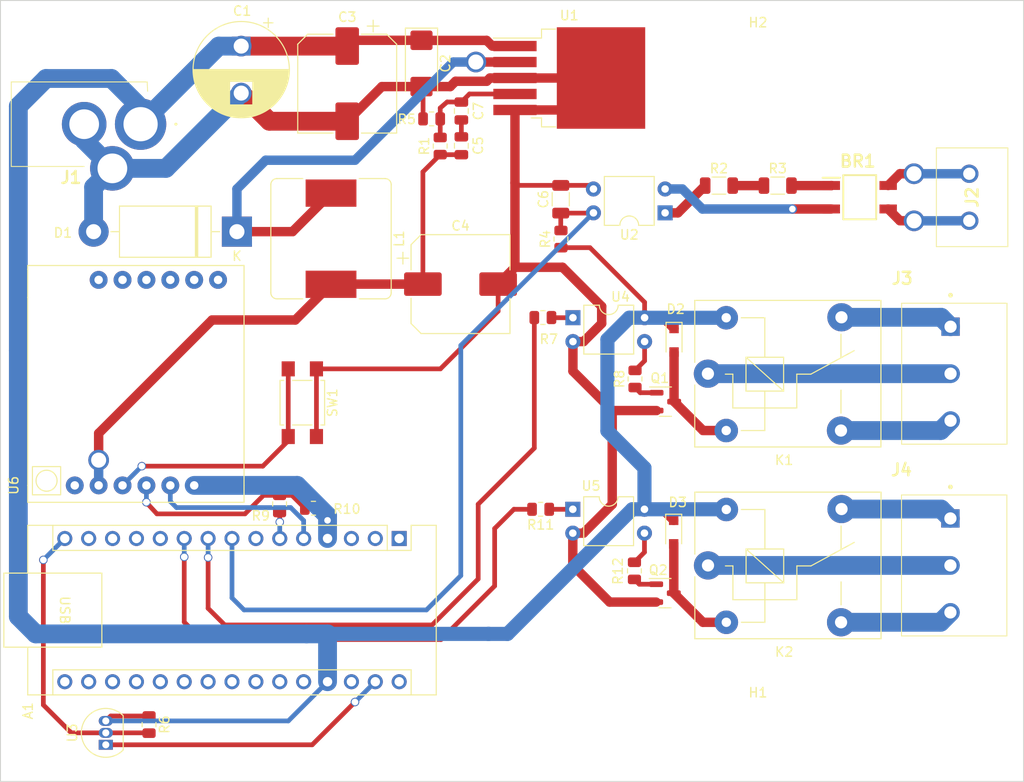
<source format=kicad_pcb>
(kicad_pcb (version 20211014) (generator pcbnew)
  (layers (0 "F.Cu" signal) (31 "B.Cu" signal) (34 "B.Paste" user) (35 "F.Paste" user) (36 "B.SilkS" user "B.Silkscreen") (37 "F.SilkS" user "F.Silkscreen") (38 "B.Mask" user) (39 "F.Mask" user) (44 "Edge.Cuts" user))
  (net 0 "")
  (net 2 "GND")
  (net 3 "Mains_sence")
  (net 4 "Relay_1")
  (net 5 "Relay_2")
  (net 11 "Temp")
  (net 22 "+5V")
  (net 25 "Net-(BR1-Pad1)")
  (net 26 "Net-(BR1-Pad2)")
  (net 27 "Net-(BR1-Pad3)")
  (net 28 "Net-(BR1-Pad4)")
  (net 29 "VCC")
  (net 30 "Net-(C5-Pad2)")
  (net 31 "Net-(C7-Pad2)")
  (net 32 "Net-(D1-Pad1)")
  (net 33 "Net-(D2-Pad2)")
  (net 34 "Net-(D3-Pad2)")
  (net 35 "Net-(J3-Pad1)")
  (net 36 "Net-(J3-Pad2)")
  (net 37 "Net-(J3-Pad3)")
  (net 38 "Net-(J4-Pad1)")
  (net 39 "Net-(J4-Pad2)")
  (net 40 "Net-(J4-Pad3)")
  (net 41 "Net-(Q1-Pad1)")
  (net 42 "Net-(Q2-Pad1)")
  (net 43 "Net-(R2-Pad1)")
  (net 44 "Net-(R2-Pad2)")
  (net 45 "Net-(R7-Pad1)")
  (net 46 "Net-(R8-Pad2)")
  (net 47 "Net-(R10-Pad2)")
  (net 48 "Net-(R11-Pad1)")
  (net 49 "Net-(R12-Pad2)")
  (net 50 "Net-(SW1-Pad2)")
  (net 58 "Net-(A1-Pad6)")
  (net 59 "Net-(A1-Pad5)")
  (footprint "Diode_SMD:D_SOD-323_HandSoldering" (layer "F.Cu") (at 159.187 117.315 -90)
    (fp_text reference "D3" (at -3.165 -0.433 180) (layer "F.SilkS"))
    (fp_text value "SM4007")
    (pad "1" smd rect (at -1.25 0 270) (size 1 1) (layers "F.Cu" "F.Paste" "F.Mask") (net 22 "+5V"))
    (pad "2" smd rect (at 1.25 0 270) (size 1 1) (layers "F.Cu" "F.Paste" "F.Mask") (net 34 "Net-(D3-Pad2)"))
  )
  (footprint "Capacitor_SMD:CP_Elec_10x10" (layer "F.Cu") (at 136.52 90.93)
    (fp_text reference "C4" (at 0 -6.2) (layer "F.SilkS"))
    (fp_text value "220uF")
    (pad "1" smd roundrect (at -4 0) (size 4 2.5) (layers "F.Cu" "F.Paste" "F.Mask") (roundrect_rratio 0.1) (net 29 "VCC"))
    (pad "2" smd roundrect (at 4 0) (size 4 2.5) (layers "F.Cu" "F.Paste" "F.Mask") (roundrect_rratio 0.1) (net 2 "GND"))
  )
  (footprint "Capacitor_Tantalum_SMD:CP_EIA-6032-15_Kemet-U" (layer "F.Cu") (at 132.37 67.45 -90)
    (fp_text reference "C2" (at 0 -2.55 -90) (layer "F.SilkS"))
    (fp_text value "100uF")
    (pad "1" smd roundrect (at -2.4625 0 270) (size 2.075 2.35) (layers "F.Cu" "F.Paste" "F.Mask") (roundrect_rratio 0.1204819277) (net 22 "+5V"))
    (pad "2" smd roundrect (at 2.4625 0 270) (size 2.075 2.35) (layers "F.Cu" "F.Paste" "F.Mask") (roundrect_rratio 0.1204819277) (net 2 "GND"))
  )
  (footprint "Resistor_SMD:R_0805_2012Metric" (layer "F.Cu") (at 155.015 121.4405 90)
    (fp_text reference "R12" (at -0.0295 -1.755 90) (layer "F.SilkS"))
    (fp_text value "R_Small")
    (pad "1" smd roundrect (at -0.9125 0 90) (size 1.025 1.4) (layers "F.Cu" "F.Paste" "F.Mask") (roundrect_rratio 0.243902439) (net 42 "Net-(Q2-Pad1)"))
    (pad "2" smd roundrect (at 0.9125 0 90) (size 1.025 1.4) (layers "F.Cu" "F.Paste" "F.Mask") (roundrect_rratio 0.243902439) (net 49 "Net-(R12-Pad2)"))
  )
  (footprint "Capacitor_SMD:C_0805_2012Metric" (layer "F.Cu") (at 136.61 72.51 90)
    (fp_text reference "C7" (at -0.01 1.81 90) (layer "F.SilkS"))
    (fp_text value "47nf")
    (pad "1" smd roundrect (at -0.95 0 90) (size 1 1.45) (layers "F.Cu" "F.Paste" "F.Mask") (net 30 "Net-(C5-Pad2)"))
    (pad "2" smd roundrect (at 0.95 0 90) (size 1 1.45) (layers "F.Cu" "F.Paste" "F.Mask") (net 31 "Net-(C7-Pad2)"))
  )
  (footprint "Screw_Terminal_1x3:Screw_Terminal_1x3" (layer "F.Cu") (at 188.63 95.462 -90)
    (fp_text reference "J3" (at -5.142 5.14 180) (layer "F.SilkS") (effects (font (size 1.27 1.27) (thickness 0.254))))
    (fp_text value "Screw_Terminal_1x3" hide)
    (pad "1" thru_hole rect (at 0 0 270) (size 1.95 1.95) (drill 1.3) (layers *.Cu *.Mask) (net 35 "Net-(J3-Pad1)"))
    (pad "2" thru_hole circle (at 5 0 270) (size 1.95 1.95) (drill 1.3) (layers *.Cu *.Mask) (net 36 "Net-(J3-Pad2)"))
    (pad "3" thru_hole circle (at 10 0 270) (size 1.95 1.95) (drill 1.3) (layers *.Cu *.Mask) (net 37 "Net-(J3-Pad3)"))
  )
  (footprint "Resistor_SMD:R_0805_2012Metric" (layer "F.Cu") (at 133.45 73.35 180)
    (fp_text reference "R5" (at 2.65 -0.04) (layer "F.SilkS"))
    (fp_text value "2K")
    (pad "1" smd roundrect (at -0.9125 0 180) (size 1.025 1.4) (layers "F.Cu" "F.Paste" "F.Mask") (roundrect_rratio 0.243902439) (net 31 "Net-(C7-Pad2)"))
    (pad "2" smd roundrect (at 0.9125 0 180) (size 1.025 1.4) (layers "F.Cu" "F.Paste" "F.Mask") (roundrect_rratio 0.243902439) (net 2 "GND"))
  )
  (footprint "Package_DIP:DIP-4_W7.62mm" (layer "F.Cu") (at 158.275 83.35 180)
    (fp_text reference "U2" (at 3.81 -2.33) (layer "F.SilkS"))
    (fp_text value "PC817")
    (pad "1" thru_hole rect (at 0 0 180) (size 1.6 1.6) (drill 0.8) (layers *.Cu *.Mask) (net 43 "Net-(R2-Pad1)"))
    (pad "2" thru_hole oval (at 0 2.54 180) (size 1.6 1.6) (drill 0.8) (layers *.Cu *.Mask) (net 26 "Net-(BR1-Pad2)"))
    (pad "3" thru_hole oval (at 7.62 2.54 180) (size 1.6 1.6) (drill 0.8) (layers *.Cu *.Mask) (net 2 "GND"))
    (pad "4" thru_hole oval (at 7.62 0 180) (size 1.6 1.6) (drill 0.8) (layers *.Cu *.Mask) (net 3 "Mains_sence"))
  )
  (footprint "Package_TO_SOT_SMD:TO-263-5_TabPin3" (layer "F.Cu") (at 148.085 69)
    (fp_text reference "U1" (at 0 -6.65) (layer "F.SilkS"))
    (fp_text value "LM2596S-ADJ")
    (pad "1" smd rect (at -5.775 -3.4) (size 4.6 1.1) (layers "F.Cu" "F.Paste" "F.Mask") (net 22 "+5V"))
    (pad "2" smd rect (at -5.775 -1.7) (size 4.6 1.1) (layers "F.Cu" "F.Paste" "F.Mask") (net 32 "Net-(D1-Pad1)"))
    (pad "3" smd rect (at -5.775 0) (size 4.6 1.1) (layers "F.Cu" "F.Paste" "F.Mask") (net 2 "GND"))
    (pad "3" smd rect (at 3.375 0) (size 9.4 10.8) (layers "F.Cu" "F.Mask") (net 2 "GND"))
    (pad "4" smd rect (at -5.775 1.7) (size 4.6 1.1) (layers "F.Cu" "F.Paste" "F.Mask") (net 31 "Net-(C7-Pad2)"))
    (pad "5" smd rect (at -5.775 3.4) (size 4.6 1.1) (layers "F.Cu" "F.Paste" "F.Mask") (net 2 "GND"))
  )
  (footprint "SIM800L:SIM800L" (layer "F.Cu") (at 95.5 112.35 90)
    (fp_text reference "U6" (at 0 -6.5 90 unlocked) (layer "F.SilkS"))
    (fp_text value "SIM800L-CORE")
    (pad "1" thru_hole circle (at 0 0 90) (size 1.9 1.9) (drill 0.9) (layers *.Cu *.Mask))
    (pad "2" thru_hole circle (at 0 2.54 90) (size 1.9 1.9) (drill 0.9) (layers *.Cu *.Mask) (net 29 "VCC"))
    (pad "3" thru_hole circle (at 0 5.08 90) (size 1.9 1.9) (drill 0.9) (layers *.Cu *.Mask) (net 50 "Net-(SW1-Pad2)"))
    (pad "4" thru_hole circle (at 0 7.62 90) (size 1.9 1.9) (drill 0.9) (layers *.Cu *.Mask) (net 47 "Net-(R10-Pad2)"))
    (pad "5" thru_hole circle (at 0 10.16 90) (size 1.9 1.9) (drill 0.9) (layers *.Cu *.Mask) (net 59 "Net-(A1-Pad5)"))
    (pad "6" thru_hole circle (at 0 12.7 90) (size 1.9 1.9) (drill 0.9) (layers *.Cu *.Mask) (net 2 "GND"))
    (pad "7" thru_hole circle (at 21.87 15.24 90) (size 1.9 1.9) (drill 0.9) (layers *.Cu *.Mask))
    (pad "8" thru_hole circle (at 21.87 12.7 90) (size 1.9 1.9) (drill 0.9) (layers *.Cu *.Mask))
    (pad "9" thru_hole circle (at 21.87 10.16 90) (size 1.9 1.9) (drill 0.9) (layers *.Cu *.Mask))
    (pad "10" thru_hole circle (at 21.87 7.62 90) (size 1.9 1.9) (drill 0.9) (layers *.Cu *.Mask))
    (pad "11" thru_hole circle (at 21.87 5.08 90) (size 1.9 1.9) (drill 0.9) (layers *.Cu *.Mask))
    (pad "12" thru_hole circle (at 21.87 2.54 90) (size 1.9 1.9) (drill 0.9) (layers *.Cu *.Mask))
  )
  (footprint "Package_DIP:DIP-4_W7.62mm" (layer "F.Cu") (at 148.46 114.89)
    (fp_text reference "U5" (at 1.94 -2.49) (layer "F.SilkS"))
    (fp_text value "PC817")
    (pad "1" thru_hole rect (at 0 0) (size 1.6 1.6) (drill 0.8) (layers *.Cu *.Mask) (net 48 "Net-(R11-Pad1)"))
    (pad "2" thru_hole oval (at 0 2.54) (size 1.6 1.6) (drill 0.8) (layers *.Cu *.Mask) (net 2 "GND"))
    (pad "3" thru_hole oval (at 7.62 2.54) (size 1.6 1.6) (drill 0.8) (layers *.Cu *.Mask) (net 49 "Net-(R12-Pad2)"))
    (pad "4" thru_hole oval (at 7.62 0) (size 1.6 1.6) (drill 0.8) (layers *.Cu *.Mask) (net 22 "+5V"))
  )
  (footprint "Capacitor_SMD:CP_Elec_10x10" (layer "F.Cu") (at 124.47 69.6 -90)
    (fp_text reference "C3" (at -7.08 -0.01 180) (layer "F.SilkS"))
    (fp_text value "100uF")
    (pad "1" smd roundrect (at -4 0 270) (size 4 2.5) (layers "F.Cu" "F.Paste" "F.Mask") (roundrect_rratio 0.1) (net 22 "+5V"))
    (pad "2" smd roundrect (at 4 0 270) (size 4 2.5) (layers "F.Cu" "F.Paste" "F.Mask") (roundrect_rratio 0.1) (net 2 "GND"))
  )
  (footprint "Relay_THT:Relay_SPDT_SANYOU_SRD_Series_Form_C" (layer "F.Cu") (at 162.827 100.462)
    (fp_text reference "K1" (at 8.1 9.2) (layer "F.SilkS"))
    (fp_text value "SANYOU_SRD_Form_C")
    (pad "1" thru_hole circle (at 0 0 90) (size 3 3) (drill 1.3) (layers *.Cu *.Mask) (net 36 "Net-(J3-Pad2)"))
    (pad "2" thru_hole circle (at 1.95 6.05 90) (size 2.5 2.5) (drill 1) (layers *.Cu *.Mask) (net 33 "Net-(D2-Pad2)"))
    (pad "3" thru_hole circle (at 14.15 6.05 90) (size 3 3) (drill 1.3) (layers *.Cu *.Mask) (net 37 "Net-(J3-Pad3)"))
    (pad "4" thru_hole circle (at 14.2 -6 90) (size 3 3) (drill 1.3) (layers *.Cu *.Mask) (net 35 "Net-(J3-Pad1)"))
    (pad "5" thru_hole circle (at 1.95 -5.95 90) (size 2.5 2.5) (drill 1) (layers *.Cu *.Mask) (net 22 "+5V"))
  )
  (footprint "Package_TO_SOT_THT:TO-92_Inline" (layer "F.Cu") (at 98.8 139.95 90)
    (fp_text reference "U3" (at 1.27 -3.56 90) (layer "F.SilkS"))
    (fp_text value "DS18B20")
    (pad "1" thru_hole rect (at 0 0 90) (size 1.05 1.5) (drill 0.75) (layers *.Cu *.Mask) (net 2 "GND"))
    (pad "2" thru_hole oval (at 1.27 0 90) (size 1.05 1.5) (drill 0.75) (layers *.Cu *.Mask) (net 11 "Temp"))
    (pad "3" thru_hole oval (at 2.54 0 90) (size 1.05 1.5) (drill 0.75) (layers *.Cu *.Mask) (net 22 "+5V"))
  )
  (footprint "Resistor_SMD:R_0805_2012Metric" (layer "F.Cu") (at 103.4 137.8 -90)
    (fp_text reference "R6" (at 0 -1.65 90) (layer "F.SilkS"))
    (fp_text value "4.7k")
    (pad "1" smd roundrect (at -0.9125 0 270) (size 1.025 1.4) (layers "F.Cu" "F.Paste" "F.Mask") (roundrect_rratio 0.243902439) (net 22 "+5V"))
    (pad "2" smd roundrect (at 0.9125 0 270) (size 1.025 1.4) (layers "F.Cu" "F.Paste" "F.Mask") (roundrect_rratio 0.243902439) (net 11 "Temp"))
  )
  (footprint "Screw_Terminal_1x2:TB00250002BE" (layer "F.Cu") (at 190.62 79.19 -90)
    (fp_text reference "J2" (at 2.5 -0.3 90) (layer "F.SilkS") (effects (font (size 1.27 1.27) (thickness 0.254))))
    (fp_text value "TB002-500-02BE" hide)
    (pad "1" thru_hole circle (at 0 0 270) (size 1.95 1.95) (drill 1.3) (layers *.Cu *.Mask) (net 28 "Net-(BR1-Pad4)"))
    (pad "2" thru_hole circle (at 5 0 270) (size 1.95 1.95) (drill 1.3) (layers *.Cu *.Mask) (net 27 "Net-(BR1-Pad3)"))
  )
  (footprint "Relay_THT:Relay_SPDT_SANYOU_SRD_Series_Form_C" (layer "F.Cu") (at 162.837 120.865)
    (fp_text reference "K2" (at 8.1 9.2) (layer "F.SilkS"))
    (fp_text value "SANYOU_SRD_Form_C")
    (pad "1" thru_hole circle (at 0 0 90) (size 3 3) (drill 1.3) (layers *.Cu *.Mask) (net 39 "Net-(J4-Pad2)"))
    (pad "2" thru_hole circle (at 1.95 6.05 90) (size 2.5 2.5) (drill 1) (layers *.Cu *.Mask) (net 34 "Net-(D3-Pad2)"))
    (pad "3" thru_hole circle (at 14.15 6.05 90) (size 3 3) (drill 1.3) (layers *.Cu *.Mask) (net 40 "Net-(J4-Pad3)"))
    (pad "4" thru_hole circle (at 14.2 -6 90) (size 3 3) (drill 1.3) (layers *.Cu *.Mask) (net 38 "Net-(J4-Pad1)"))
    (pad "5" thru_hole circle (at 1.95 -5.95 90) (size 2.5 2.5) (drill 1) (layers *.Cu *.Mask) (net 22 "+5V"))
  )
  (footprint "Capacitor_THT:CP_Radial_D10.0mm_P5.00mm" (layer "F.Cu") (at 113.2 65.607323 -90)
    (fp_text reference "C1" (at -3.737323 -0.1 180) (layer "F.SilkS"))
    (fp_text value "2200uF")
    (pad "1" thru_hole rect (at 0 0 270) (size 2 2) (drill 1) (layers *.Cu *.Mask) (net 22 "+5V"))
    (pad "2" thru_hole circle (at 5 0 270) (size 2 2) (drill 1) (layers *.Cu *.Mask) (net 2 "GND"))
  )
  (footprint "Package_DIP:DIP-4_W7.62mm" (layer "F.Cu") (at 148.475 94.505)
    (fp_text reference "U4" (at 5.055 -2.215) (layer "F.SilkS"))
    (fp_text value "PC817")
    (pad "1" thru_hole rect (at 0 0) (size 1.6 1.6) (drill 0.8) (layers *.Cu *.Mask) (net 45 "Net-(R7-Pad1)"))
    (pad "2" thru_hole oval (at 0 2.54) (size 1.6 1.6) (drill 0.8) (layers *.Cu *.Mask) (net 2 "GND"))
    (pad "3" thru_hole oval (at 7.62 2.54) (size 1.6 1.6) (drill 0.8) (layers *.Cu *.Mask) (net 46 "Net-(R8-Pad2)"))
    (pad "4" thru_hole oval (at 7.62 0) (size 1.6 1.6) (drill 0.8) (layers *.Cu *.Mask) (net 22 "+5V"))
  )
  (footprint "Package_TO_SOT_SMD:SOT-23" (layer "F.Cu") (at 158.262 123.815)
    (fp_text reference "Q2" (at -0.722 -2.455) (layer "F.SilkS"))
    (fp_text value "MMBT5551L")
    (pad "1" smd roundrect (at -0.9375 -0.95) (size 1.475 0.6) (layers "F.Cu" "F.Paste" "F.Mask") (net 42 "Net-(Q2-Pad1)"))
    (pad "2" smd roundrect (at -0.9375 0.95) (size 1.475 0.6) (layers "F.Cu" "F.Paste" "F.Mask") (net 2 "GND"))
    (pad "3" smd roundrect (at 0.9375 0) (size 1.475 0.6) (layers "F.Cu" "F.Paste" "F.Mask") (net 34 "Net-(D3-Pad2)"))
  )
  (footprint "Capacitor_SMD:C_1206_3216Metric" (layer "F.Cu") (at 147.18 81.9 90)
    (fp_text reference "C6" (at 0 -1.85 90) (layer "F.SilkS"))
    (fp_text value "10uf")
    (pad "1" smd roundrect (at -1.475 0 90) (size 1.15 1.8) (layers "F.Cu" "F.Paste" "F.Mask") (roundrect_rratio 0.2173913043) (net 3 "Mains_sence"))
    (pad "2" smd roundrect (at 1.475 0 90) (size 1.15 1.8) (layers "F.Cu" "F.Paste" "F.Mask") (roundrect_rratio 0.2173913043) (net 2 "GND"))
  )
  (footprint "Resistor_SMD:R_0805_2012Metric" (layer "F.Cu") (at 145.28 94.49 180)
    (fp_text reference "R7" (at -0.63 -2.3) (layer "F.SilkS"))
    (fp_text value "330")
    (pad "1" smd roundrect (at -0.9125 0 180) (size 1.025 1.4) (layers "F.Cu" "F.Paste" "F.Mask") (roundrect_rratio 0.243902439) (net 45 "Net-(R7-Pad1)"))
    (pad "2" smd roundrect (at 0.9125 0 180) (size 1.025 1.4) (layers "F.Cu" "F.Paste" "F.Mask") (roundrect_rratio 0.243902439) (net 4 "Relay_1"))
  )
  (footprint "Resistor_SMD:R_0805_2012Metric" (layer "F.Cu") (at 145.04 114.89 180)
    (fp_text reference "R11" (at 0 -1.65) (layer "F.SilkS"))
    (fp_text value "330")
    (pad "1" smd roundrect (at -0.9125 0 180) (size 1.025 1.4) (layers "F.Cu" "F.Paste" "F.Mask") (roundrect_rratio 0.243902439) (net 48 "Net-(R11-Pad1)"))
    (pad "2" smd roundrect (at 0.9125 0 180) (size 1.025 1.4) (layers "F.Cu" "F.Paste" "F.Mask") (roundrect_rratio 0.243902439) (net 5 "Relay_2"))
  )
  (footprint "Resistor_SMD:R_0805_2012Metric" (layer "F.Cu") (at 155.077 101.0245 90)
    (fp_text reference "R8" (at 0 -1.65 90) (layer "F.SilkS"))
    (fp_text value "R_Small")
    (pad "1" smd roundrect (at -0.9125 0 90) (size 1.025 1.4) (layers "F.Cu" "F.Paste" "F.Mask") (roundrect_rratio 0.243902439) (net 41 "Net-(Q1-Pad1)"))
    (pad "2" smd roundrect (at 0.9125 0 90) (size 1.025 1.4) (layers "F.Cu" "F.Paste" "F.Mask") (roundrect_rratio 0.243902439) (net 46 "Net-(R8-Pad2)"))
  )
  (footprint "Resistor_SMD:R_0805_2012Metric" (layer "F.Cu") (at 134.36 76.24 90)
    (fp_text reference "R1" (at -0.01 -1.69 90) (layer "F.SilkS"))
    (fp_text value "4.3K")
    (pad "1" smd roundrect (at -0.9125 0 90) (size 1.025 1.4) (layers "F.Cu" "F.Paste" "F.Mask") (roundrect_rratio 0.243902439) (net 29 "VCC"))
    (pad "2" smd roundrect (at 0.9125 0 90) (size 1.025 1.4) (layers "F.Cu" "F.Paste" "F.Mask") (roundrect_rratio 0.243902439) (net 31 "Net-(C7-Pad2)"))
  )
  (footprint "Screw_Terminal_1x3:Screw_Terminal_1x3" (layer "F.Cu") (at 188.615 115.865 -90)
    (fp_text reference "J4" (at -5.165 5.205 180) (layer "F.SilkS") (effects (font (size 1.27 1.27) (thickness 0.254))))
    (fp_text value "Screw_Terminal_1x3" hide)
    (pad "1" thru_hole rect (at 0 0 270) (size 1.95 1.95) (drill 1.3) (layers *.Cu *.Mask) (net 38 "Net-(J4-Pad1)"))
    (pad "2" thru_hole circle (at 5 0 270) (size 1.95 1.95) (drill 1.3) (layers *.Cu *.Mask) (net 39 "Net-(J4-Pad2)"))
    (pad "3" thru_hole circle (at 10 0 270) (size 1.95 1.95) (drill 1.3) (layers *.Cu *.Mask) (net 40 "Net-(J4-Pad3)"))
  )
  (footprint "Inductor_SMD:L_Bourns_SRR1260" (layer "F.Cu") (at 122.75 86.1 -90)
    (fp_text reference "L1" (at 0 -7.25 90) (layer "F.SilkS"))
    (fp_text value "33uH")
    (pad "1" smd rect (at -4.85 0 270) (size 2.9 5.4) (layers "F.Cu" "F.Paste" "F.Mask") (net 32 "Net-(D1-Pad1)"))
    (pad "2" smd rect (at 4.85 0 270) (size 2.9 5.4) (layers "F.Cu" "F.Paste" "F.Mask") (net 29 "VCC"))
  )
  (footprint "B10S:SOP250P700X290-4N" (layer "F.Cu") (at 178.972 81.687)
    (fp_text reference "BR1" (at -0.212 -3.837) (layer "F.SilkS") (effects (font (size 1.27 1.27) (thickness 0.254))))
    (fp_text value "B10S_R2_00001" hide)
    (pad "1" smd rect (at -3.025 -1.25 90) (size 0.95 1.85) (layers "F.Cu" "F.Paste" "F.Mask") (net 25 "Net-(BR1-Pad1)"))
    (pad "2" smd rect (at -3.025 1.25 90) (size 0.95 1.85) (layers "F.Cu" "F.Paste" "F.Mask") (net 26 "Net-(BR1-Pad2)"))
    (pad "3" smd rect (at 3.025 1.25 90) (size 0.95 1.85) (layers "F.Cu" "F.Paste" "F.Mask") (net 27 "Net-(BR1-Pad3)"))
    (pad "4" smd rect (at 3.025 -1.25 90) (size 0.95 1.85) (layers "F.Cu" "F.Paste" "F.Mask") (net 28 "Net-(BR1-Pad4)"))
  )
  (footprint "Capacitor_SMD:C_0805_2012Metric" (layer "F.Cu") (at 136.61 76.21 90)
    (fp_text reference "C5" (at 0.01 1.79 90) (layer "F.SilkS"))
    (fp_text value "22nf")
    (pad "1" smd roundrect (at -0.95 0 90) (size 1 1.45) (layers "F.Cu" "F.Paste" "F.Mask") (net 29 "VCC"))
    (pad "2" smd roundrect (at 0.95 0 90) (size 1 1.45) (layers "F.Cu" "F.Paste" "F.Mask") (net 30 "Net-(C5-Pad2)"))
  )
  (footprint "Resistor_SMD:R_1206_3216Metric" (layer "F.Cu") (at 170.25 80.45)
    (fp_text reference "R3" (at 0 -1.82) (layer "F.SilkS"))
    (fp_text value "150k")
    (pad "1" smd roundrect (at -1.4625 0) (size 1.125 1.75) (layers "F.Cu" "F.Paste" "F.Mask") (roundrect_rratio 0.2222222222) (net 44 "Net-(R2-Pad2)"))
    (pad "2" smd roundrect (at 1.4625 0) (size 1.125 1.75) (layers "F.Cu" "F.Paste" "F.Mask") (roundrect_rratio 0.2222222222) (net 25 "Net-(BR1-Pad1)"))
  )
  (footprint "Diode_SMD:D_SOD-323_HandSoldering" (layer "F.Cu") (at 159.227 96.905 -90)
    (fp_text reference "D2" (at -3.315 -0.173 180) (layer "F.SilkS"))
    (fp_text value "SM4007")
    (pad "1" smd rect (at -1.25 0 270) (size 1 1) (layers "F.Cu" "F.Paste" "F.Mask") (net 22 "+5V"))
    (pad "2" smd rect (at 1.25 0 270) (size 1 1) (layers "F.Cu" "F.Paste" "F.Mask") (net 33 "Net-(D2-Pad2)"))
  )
  (footprint "MountingHole:MountingHole_2.7mm" (layer "F.Cu") (at 168.15 66.8)
    (fp_text reference "H2" (at 0 -3.7) (layer "F.SilkS"))
    (fp_text value "MountingHole")
    (pad "" np_thru_hole circle (at 0 0) (size 2.7 2.7) (drill 2.7) (layers *.Cu *.Mask))
  )
  (footprint "Diode_THT:D_DO-201AD_P15.24mm_Horizontal" (layer "F.Cu") (at 112.745 85.35 180)
    (fp_text reference "D1" (at 18.505 -0.12) (layer "F.SilkS"))
    (fp_text value "1N5822")
    (fp_text user "K" (at 0 -2.6) (layer "F.SilkS"))
    (pad "1" thru_hole rect (at 0 0 180) (size 3.2 3.2) (drill 1.6) (layers *.Cu *.Mask) (net 32 "Net-(D1-Pad1)"))
    (pad "2" thru_hole oval (at 15.24 0 180) (size 3.2 3.2) (drill 1.6) (layers *.Cu *.Mask) (net 2 "GND"))
  )
  (footprint "Resistor_SMD:R_1206_3216Metric" (layer "F.Cu") (at 164 80.45)
    (fp_text reference "R2" (at 0 -1.82) (layer "F.SilkS"))
    (fp_text value "150k")
    (pad "1" smd roundrect (at -1.4625 0) (size 1.125 1.75) (layers "F.Cu" "F.Paste" "F.Mask") (roundrect_rratio 0.2222222222) (net 43 "Net-(R2-Pad1)"))
    (pad "2" smd roundrect (at 1.4625 0) (size 1.125 1.75) (layers "F.Cu" "F.Paste" "F.Mask") (roundrect_rratio 0.2222222222) (net 44 "Net-(R2-Pad2)"))
  )
  (footprint "Button_Switch_SMD:SW_SPST_TL3305A" (layer "F.Cu") (at 119.7 103.55 -90)
    (fp_text reference "SW1" (at 0 -3.2 90) (layer "F.SilkS"))
    (fp_text value "SIM800_RST")
    (pad "1" smd rect (at -3.6 -1.5 270) (size 1.6 1.4) (layers "F.Cu" "F.Paste" "F.Mask") (net 2 "GND"))
    (pad "1" smd rect (at 3.6 -1.5 270) (size 1.6 1.4) (layers "F.Cu" "F.Paste" "F.Mask") (net 2 "GND"))
    (pad "2" smd rect (at -3.6 1.5 270) (size 1.6 1.4) (layers "F.Cu" "F.Paste" "F.Mask") (net 50 "Net-(SW1-Pad2)"))
    (pad "2" smd rect (at 3.6 1.5 270) (size 1.6 1.4) (layers "F.Cu" "F.Paste" "F.Mask") (net 50 "Net-(SW1-Pad2)"))
  )
  (footprint "Resistor_SMD:R_0805_2012Metric" (layer "F.Cu") (at 120.88 114.78 180)
    (fp_text reference "R10" (at -3.56 -0.08) (layer "F.SilkS"))
    (fp_text value "12k")
    (pad "1" smd roundrect (at -0.9125 0 180) (size 1.025 1.4) (layers "F.Cu" "F.Paste" "F.Mask") (roundrect_rratio 0.243902439) (net 2 "GND"))
    (pad "2" smd roundrect (at 0.9125 0 180) (size 1.025 1.4) (layers "F.Cu" "F.Paste" "F.Mask") (roundrect_rratio 0.243902439) (net 47 "Net-(R10-Pad2)"))
  )
  (footprint "Resistor_SMD:R_0805_2012Metric" (layer "F.Cu") (at 117.28 114.32 90)
    (fp_text reference "R9" (at -1.26 -2 180) (layer "F.SilkS"))
    (fp_text value "3k")
    (pad "1" smd roundrect (at -0.9125 0 90) (size 1.025 1.4) (layers "F.Cu" "F.Paste" "F.Mask") (roundrect_rratio 0.243902439) (net 58 "Net-(A1-Pad6)"))
    (pad "2" smd roundrect (at 0.9125 0 90) (size 1.025 1.4) (layers "F.Cu" "F.Paste" "F.Mask") (roundrect_rratio 0.243902439) (net 47 "Net-(R10-Pad2)"))
  )
  (footprint "Package_TO_SOT_SMD:SOT-23" (layer "F.Cu") (at 158.302 103.437)
    (fp_text reference "Q1" (at -0.592 -2.507) (layer "F.SilkS"))
    (fp_text value "MMBT5551L")
    (pad "1" smd roundrect (at -0.9375 -0.95) (size 1.475 0.6) (layers "F.Cu" "F.Paste" "F.Mask") (net 41 "Net-(Q1-Pad1)"))
    (pad "2" smd roundrect (at -0.9375 0.95) (size 1.475 0.6) (layers "F.Cu" "F.Paste" "F.Mask") (net 2 "GND"))
    (pad "3" smd roundrect (at 0.9375 0) (size 1.475 0.6) (layers "F.Cu" "F.Paste" "F.Mask") (net 33 "Net-(D2-Pad2)"))
  )
  (footprint "PJ-002BH:PJ002BH" (layer "F.Cu") (at 102.5 73.915 180)
    (fp_text reference "J1" (at 7.4 -5.67) (layer "F.SilkS") (effects (font (size 1.27 1.27) (thickness 0.254))))
    (fp_text value "PJ-002BH" hide)
    (pad "1" thru_hole circle (at 0 0 180) (size 5.46 5.46) (drill 3.64) (layers *.Cu *.Mask) (net 22 "+5V"))
    (pad "2" thru_hole circle (at 6 0 180) (size 4.74 4.74) (drill 3.16) (layers *.Cu *.Mask) (net 2 "GND"))
    (pad "3" thru_hole circle (at 3 -4.7 180) (size 4.74 4.74) (drill 3.16) (layers *.Cu *.Mask) (net 2 "GND"))
  )
  (footprint "MountingHole:MountingHole_2.7mm" (layer "F.Cu") (at 168.15 138.1)
    (fp_text reference "H1" (at 0 -3.7) (layer "F.SilkS"))
    (fp_text value "MountingHole")
    (pad "" np_thru_hole circle (at 0 0) (size 2.7 2.7) (drill 2.7) (layers *.Cu *.Mask))
  )
  (footprint "Module:Arduino_Nano" (layer "F.Cu") (at 130 118 -90)
    (fp_text reference "A1" (at 18.34 39.47 90) (layer "F.SilkS"))
    (fp_text value "Arduino_Nano_v3.x")
    (fp_text user "USB" (at 7.62 35.56 -90 unlocked) (layer "F.SilkS"))
    (pad "1" thru_hole rect (at 0 0 270) (size 1.6 1.6) (drill 1) (layers *.Cu *.Mask))
    (pad "2" thru_hole oval (at 0 2.54 270) (size 1.6 1.6) (drill 1) (layers *.Cu *.Mask))
    (pad "3" thru_hole oval (at 0 5.08 270) (size 1.6 1.6) (drill 1) (layers *.Cu *.Mask))
    (pad "4" thru_hole oval (at 0 7.62 270) (size 1.6 1.6) (drill 1) (layers *.Cu *.Mask) (net 2 "GND"))
    (pad "5" thru_hole oval (at 0 10.16 270) (size 1.6 1.6) (drill 1) (layers *.Cu *.Mask) (net 59 "Net-(A1-Pad5)"))
    (pad "6" thru_hole oval (at 0 12.7 270) (size 1.6 1.6) (drill 1) (layers *.Cu *.Mask) (net 58 "Net-(A1-Pad6)"))
    (pad "7" thru_hole oval (at 0 15.24 270) (size 1.6 1.6) (drill 1) (layers *.Cu *.Mask))
    (pad "8" thru_hole oval (at 0 17.78 270) (size 1.6 1.6) (drill 1) (layers *.Cu *.Mask) (net 3 "Mains_sence"))
    (pad "9" thru_hole oval (at 0 20.32 270) (size 1.6 1.6) (drill 1) (layers *.Cu *.Mask) (net 4 "Relay_1"))
    (pad "10" thru_hole oval (at 0 22.86 270) (size 1.6 1.6) (drill 1) (layers *.Cu *.Mask) (net 5 "Relay_2"))
    (pad "11" thru_hole oval (at 0 25.4 270) (size 1.6 1.6) (drill 1) (layers *.Cu *.Mask))
    (pad "12" thru_hole oval (at 0 27.94 270) (size 1.6 1.6) (drill 1) (layers *.Cu *.Mask))
    (pad "13" thru_hole oval (at 0 30.48 270) (size 1.6 1.6) (drill 1) (layers *.Cu *.Mask))
    (pad "14" thru_hole oval (at 0 33.02 270) (size 1.6 1.6) (drill 1) (layers *.Cu *.Mask))
    (pad "15" thru_hole oval (at 0 35.56 270) (size 1.6 1.6) (drill 1) (layers *.Cu *.Mask) (net 11 "Temp"))
    (pad "16" thru_hole oval (at 15.24 35.56 270) (size 1.6 1.6) (drill 1) (layers *.Cu *.Mask))
    (pad "17" thru_hole oval (at 15.24 33.02 270) (size 1.6 1.6) (drill 1) (layers *.Cu *.Mask))
    (pad "18" thru_hole oval (at 15.24 30.48 270) (size 1.6 1.6) (drill 1) (layers *.Cu *.Mask))
    (pad "19" thru_hole oval (at 15.24 27.94 270) (size 1.6 1.6) (drill 1) (layers *.Cu *.Mask))
    (pad "20" thru_hole oval (at 15.24 25.4 270) (size 1.6 1.6) (drill 1) (layers *.Cu *.Mask))
    (pad "21" thru_hole oval (at 15.24 22.86 270) (size 1.6 1.6) (drill 1) (layers *.Cu *.Mask))
    (pad "22" thru_hole oval (at 15.24 20.32 270) (size 1.6 1.6) (drill 1) (layers *.Cu *.Mask))
    (pad "23" thru_hole oval (at 15.24 17.78 270) (size 1.6 1.6) (drill 1) (layers *.Cu *.Mask))
    (pad "24" thru_hole oval (at 15.24 15.24 270) (size 1.6 1.6) (drill 1) (layers *.Cu *.Mask))
    (pad "25" thru_hole oval (at 15.24 12.7 270) (size 1.6 1.6) (drill 1) (layers *.Cu *.Mask))
    (pad "26" thru_hole oval (at 15.24 10.16 270) (size 1.6 1.6) (drill 1) (layers *.Cu *.Mask))
    (pad "27" thru_hole oval (at 15.24 7.62 270) (size 1.6 1.6) (drill 1) (layers *.Cu *.Mask) (net 22 "+5V"))
    (pad "28" thru_hole oval (at 15.24 5.08 270) (size 1.6 1.6) (drill 1) (layers *.Cu *.Mask))
    (pad "29" thru_hole oval (at 15.24 2.54 270) (size 1.6 1.6) (drill 1) (layers *.Cu *.Mask) (net 2 "GND"))
    (pad "30" thru_hole oval (at 15.24 0 270) (size 1.6 1.6) (drill 1) (layers *.Cu *.Mask))
  )
  (footprint "Resistor_SMD:R_0805_2012Metric" (layer "F.Cu") (at 147.2 86.14 90)
    (fp_text reference "R4" (at 0 -1.65 90) (layer "F.SilkS"))
    (fp_text value "20k")
    (pad "1" smd roundrect (at -0.9125 0 90) (size 1.025 1.4) (layers "F.Cu" "F.Paste" "F.Mask") (roundrect_rratio 0.243902439) (net 22 "+5V"))
    (pad "2" smd roundrect (at 0.9125 0 90) (size 1.025 1.4) (layers "F.Cu" "F.Paste" "F.Mask") (roundrect_rratio 0.243902439) (net 3 "Mains_sence"))
  )
  (gr_rect (start 87.6 60.75) (end 196.4 143.85) (layer "Edge.Cuts") (width 0.1) (fill none))
  (segment (start 132.5375 73.35) (end 132.5375 70.08) (width 0.5) (layer "F.Cu") (net 2))
  (segment (start 152.377 124.765) (end 148.46 120.848) (width 1) (layer "F.Cu") (net 2))
  (segment (start 120.75 139.95) (end 125.3 135.4) (width 0.5) (layer "F.Cu") (net 2))
  (segment (start 135.4275 69.9125) (end 132.37 69.9125) (width 1) (layer "F.Cu") (net 2))
  (segment (start 147.18 80.425) (end 142.575 80.425) (width 0.5) (layer "F.Cu") (net 2))
  (segment (start 134.38 99.95) (end 121.2 99.95) (width 0.5) (layer "F.Cu") (net 2))
  (segment (start 148.46 117.43) (end 149.59137 117.43) (width 1) (layer "F.Cu") (net 2))
  (segment (start 148.475 100.195) (end 148.475 97.045) (width 1) (layer "F.Cu") (net 2))
  (segment (start 142.31 69) (end 151.46 69) (width 1) (layer "F.Cu") (net 2))
  (segment (start 148.46 120.848) (end 148.46 117.43) (width 1) (layer "F.Cu") (net 2))
  (segment (start 128.1575 69.9125) (end 124.47 73.6) (width 1) (layer "F.Cu") (net 2))
  (segment (start 151.53 95.12137) (end 149.60637 97.045) (width 1) (layer "F.Cu") (net 2))
  (segment (start 147.37 89.14) (end 151.53 93.3) (width 1) (layer "F.Cu") (net 2))
  (segment (start 139.65 69) (end 139.3 69.35) (width 1) (layer "F.Cu") (net 2))
  (segment (start 152.667 104.387) (end 148.475 100.195) (width 1) (layer "F.Cu") (net 2))
  (segment (start 142.31 89.14) (end 140.52 90.93) (width 1) (layer "F.Cu") (net 2))
  (segment (start 148.06 72.4) (end 151.46 69) (width 1) (layer "F.Cu") (net 2))
  (segment (start 149.60637 97.045) (end 148.475 97.045) (width 1) (layer "F.Cu") (net 2))
  (segment (start 98.8 139.95) (end 120.75 139.95) (width 0.5) (layer "F.Cu") (net 2))
  (segment (start 135.99 69.35) (end 135.4275 69.9125) (width 1) (layer "F.Cu") (net 2))
  (segment (start 142.31 80.16) (end 142.31 89.14) (width 1) (layer "F.Cu") (net 2))
  (segment (start 140.52 93.81) (end 134.38 99.95) (width 0.5) (layer "F.Cu") (net 2))
  (segment (start 152.652 114.36937) (end 152.652 104.402) (width 1) (layer "F.Cu") (net 2))
  (segment (start 116.192677 73.6) (end 113.2 70.607323) (width 2) (layer "F.Cu") (net 2))
  (segment (start 149.59137 117.43) (end 152.652 114.36937) (width 1) (layer "F.Cu") (net 2))
  (segment (start 157.3645 104.387) (end 152.667 104.387) (width 1) (layer "F.Cu") (net 2))
  (segment (start 124.47 73.6) (end 116.192677 73.6) (width 2) (layer "F.Cu") (net 2))
  (segment (start 122.38 115.3675) (end 122.38 116.07) (width 0.5) (layer "F.Cu") (net 2))
  (segment (start 142.31 72.4) (end 142.31 80.16) (width 1) (layer "F.Cu") (net 2))
  (segment (start 150.27 80.425) (end 150.655 80.81) (width 0.5) (layer "F.Cu") (net 2))
  (segment (start 139.3 69.35) (end 135.99 69.35) (width 1) (layer "F.Cu") (net 2))
  (segment (start 121.2 99.95) (end 121.2 107.15) (width 0.5) (layer "F.Cu") (net 2))
  (segment (start 147.18 80.425) (end 150.27 80.425) (width 0.5) (layer "F.Cu") (net 2))
  (segment (start 142.31 89.14) (end 147.37 89.14) (width 1) (layer "F.Cu") (net 2))
  (segment (start 142.31 72.4) (end 148.06 72.4) (width 1) (layer "F.Cu") (net 2))
  (segment (start 157.3245 124.765) (end 152.377 124.765) (width 1) (layer "F.Cu") (net 2))
  (segment (start 140.52 90.93) (end 140.52 93.81) (width 0.5) (layer "F.Cu") (net 2))
  (segment (start 151.53 93.3) (end 151.53 95.12137) (width 1) (layer "F.Cu") (net 2))
  (segment (start 142.575 80.425) (end 142.31 80.16) (width 0.5) (layer "F.Cu") (net 2))
  (segment (start 121.7925 114.78) (end 122.38 115.3675) (width 0.5) (layer "F.Cu") (net 2))
  (segment (start 152.652 104.402) (end 152.667 104.387) (width 1) (layer "F.Cu") (net 2))
  (segment (start 142.31 69) (end 139.65 69) (width 1) (layer "F.Cu") (net 2))
  (segment (start 132.5375 70.08) (end 132.37 69.9125) (width 0.5) (layer "F.Cu") (net 2))
  (segment (start 132.37 69.9125) (end 128.1575 69.9125) (width 1) (layer "F.Cu") (net 2))
  (via (at 125.3 135.4) (size 0.9) (drill 0.7) (layers "F.Cu" "B.Cu") (net 2))
  (via (at 122.38 116.07) (size 0.9) (drill 0.7) (layers "F.Cu" "B.Cu") (net 2))
  (via (at 113.2 70.607323) (size 2.2) (drill 1.6) (layers "F.Cu" "B.Cu") (net 2))
  (segment (start 97.505 80.61) (end 99.5 78.615) (width 2) (layer "B.Cu") (net 2))
  (segment (start 99.5 78.615) (end 105.192323 78.615) (width 2) (layer "B.Cu") (net 2))
  (segment (start 96.5 75.615) (end 99.5 78.615) (width 2) (layer "B.Cu") (net 2))
  (segment (start 122.38 115.58) (end 122.38 118) (width 2) (layer "B.Cu") (net 2))
  (segment (start 125.3 135.4) (end 127.46 133.24) (width 0.5) (layer "B.Cu") (net 2))
  (segment (start 96.5 73.915) (end 96.5 75.615) (width 2) (layer "B.Cu") (net 2))
  (segment (start 108.2 112.35) (end 119.15 112.35) (width 2) (layer "B.Cu") (net 2))
  (segment (start 119.15 112.35) (end 122.38 115.58) (width 2) (layer "B.Cu") (net 2))
  (segment (start 105.192323 78.615) (end 113.2 70.607323) (width 2) (layer "B.Cu") (net 2))
  (segment (start 97.505 85.35) (end 97.505 80.61) (width 2) (layer "B.Cu") (net 2))
  (segment (start 150.63 83.375) (end 150.655 83.35) (width 0.5) (layer "F.Cu") (net 3))
  (segment (start 147.18 83.375) (end 147.18 85.2075) (width 0.5) (layer "F.Cu") (net 3))
  (segment (start 147.18 85.2075) (end 147.2 85.2275) (width 0.5) (layer "F.Cu") (net 3))
  (segment (start 147.18 83.375) (end 150.63 83.375) (width 0.5) (layer "F.Cu") (net 3))
  (segment (start 112.22 124.32) (end 113.5 125.6) (width 0.5) (layer "B.Cu") (net 3))
  (segment (start 136.55 97.455) (end 136.55 121.95) (width 0.5) (layer "B.Cu") (net 3))
  (segment (start 136.55 121.95) (end 132.9 125.6) (width 0.5) (layer "B.Cu") (net 3))
  (segment (start 132.9 125.6) (end 113.5 125.6) (width 0.5) (layer "B.Cu") (net 3))
  (segment (start 112.22 118) (end 112.22 124.32) (width 0.5) (layer "B.Cu") (net 3))
  (segment (start 150.655 83.35) (end 136.55 97.455) (width 0.5) (layer "B.Cu") (net 3))
  (segment (start 111.45 127.2) (end 109.68 125.43) (width 0.5) (layer "F.Cu") (net 4))
  (segment (start 109.68 125.43) (end 109.68 120.02) (width 0.5) (layer "F.Cu") (net 4))
  (segment (start 138.4 122.3) (end 133.5 127.2) (width 0.5) (layer "F.Cu") (net 4))
  (segment (start 138.4 114.35) (end 138.4 122.3) (width 0.5) (layer "F.Cu") (net 4))
  (segment (start 144.3675 94.49) (end 144.3675 108.3825) (width 0.5) (layer "F.Cu") (net 4))
  (segment (start 144.3675 108.3825) (end 138.4 114.35) (width 0.5) (layer "F.Cu") (net 4))
  (segment (start 133.5 127.2) (end 111.45 127.2) (width 0.5) (layer "F.Cu") (net 4))
  (via (at 109.68 120.02) (size 0.9) (drill 0.7) (layers "F.Cu" "B.Cu") (net 4))
  (segment (start 109.68 120.02) (end 109.68 118) (width 0.5) (layer "B.Cu") (net 4))
  (segment (start 134.45 128.75) (end 109 128.75) (width 0.5) (layer "F.Cu") (net 5))
  (segment (start 144.1275 114.89) (end 142.1975 114.89) (width 0.5) (layer "F.Cu") (net 5))
  (segment (start 109 128.75) (end 107.14 126.89) (width 0.5) (layer "F.Cu") (net 5))
  (segment (start 140.15 123.05) (end 134.45 128.75) (width 0.5) (layer "F.Cu") (net 5))
  (segment (start 142.1975 114.89) (end 140.15 116.9375) (width 0.5) (layer "F.Cu") (net 5))
  (segment (start 140.15 116.9375) (end 140.15 123.05) (width 0.5) (layer "F.Cu") (net 5))
  (segment (start 107.14 126.89) (end 107.14 119.96) (width 0.5) (layer "F.Cu") (net 5))
  (via (at 107.14 119.96) (size 0.9) (drill 0.7) (layers "F.Cu" "B.Cu") (net 5))
  (segment (start 107.14 119.96) (end 107.14 118) (width 0.5) (layer "B.Cu") (net 5))
  (segment (start 103.3675 138.68) (end 103.4 138.7125) (width 0.5) (layer "F.Cu") (net 11))
  (segment (start 98.8 138.68) (end 95.132636 138.68) (width 0.5) (layer "F.Cu") (net 11))
  (segment (start 98.8 138.68) (end 103.3675 138.68) (width 0.5) (layer "F.Cu") (net 11))
  (segment (start 95.132636 138.68) (end 92.16 135.707364) (width 0.5) (layer "F.Cu") (net 11))
  (segment (start 92.16 135.707364) (end 92.16 120.28) (width 0.5) (layer "F.Cu") (net 11))
  (via (at 92.16 120.28) (size 0.9) (drill 0.7) (layers "F.Cu" "B.Cu") (net 11))
  (segment (start 94.44 118) (end 92.16 120.28) (width 0.5) (layer "B.Cu") (net 11))
  (segment (start 156.095 94.505) (end 156.095 92.865) (width 0.5) (layer "F.Cu") (net 22))
  (segment (start 142.31 65.6) (end 139.9 65.6) (width 1) (layer "F.Cu") (net 22))
  (segment (start 132.3825 65) (end 132.37 64.9875) (width 1) (layer "F.Cu") (net 22))
  (segment (start 158.012 114.89) (end 159.187 116.065) (width 1) (layer "F.Cu") (net 22))
  (segment (start 156.095 94.505) (end 158.077 94.505) (width 1) (layer "F.Cu") (net 22))
  (segment (start 99.3225 136.8875) (end 98.8 137.41) (width 0.5) (layer "F.Cu") (net 22))
  (segment (start 132.37 64.9875) (end 125.0825 64.9875) (width 1) (layer "F.Cu") (net 22))
  (segment (start 139.9 65.6) (end 139.3 65) (width 1) (layer "F.Cu") (net 22))
  (segment (start 103.4 136.8875) (end 99.3225 136.8875) (width 0.5) (layer "F.Cu") (net 22))
  (segment (start 158.077 94.505) (end 159.227 95.655) (width 1) (layer "F.Cu") (net 22))
  (segment (start 124.462677 65.607323) (end 124.47 65.6) (width 2) (layer "F.Cu") (net 22))
  (segment (start 125.0825 64.9875) (end 124.47 65.6) (width 1) (layer "F.Cu") (net 22))
  (segment (start 156.095 92.865) (end 150.2825 87.0525) (width 0.5) (layer "F.Cu") (net 22))
  (segment (start 156.08 114.89) (end 158.012 114.89) (width 1) (layer "F.Cu") (net 22))
  (segment (start 113.2 65.607323) (end 124.462677 65.607323) (width 2) (layer "F.Cu") (net 22))
  (segment (start 139.3 65) (end 132.3825 65) (width 1) (layer "F.Cu") (net 22))
  (segment (start 147.2 87.0525) (end 150.2825 87.0525) (width 0.5) (layer "F.Cu") (net 22))
  (via (at 113.2 65.607323) (size 2.2) (drill 1.6) (layers "F.Cu" "B.Cu") (net 22))
  (segment (start 89.5 126.29998) (end 91.35002 128.15) (width 2) (layer "B.Cu") (net 22))
  (segment (start 91.35002 128.15) (end 120.15 128.15) (width 2) (layer "B.Cu") (net 22))
  (segment (start 164.777 94.512) (end 156.102 94.512) (width 1.5) (layer "B.Cu") (net 22))
  (segment (start 110.807677 65.607323) (end 102.5 73.915) (width 2) (layer "B.Cu") (net 22))
  (segment (start 102.5 73.915) (end 102.5 72.15) (width 2) (layer "B.Cu") (net 22))
  (segment (start 154.465 94.505) (end 152.14 96.83) (width 1.5) (layer "B.Cu") (net 22))
  (segment (start 156.08 110.49) (end 156.08 114.89) (width 1.5) (layer "B.Cu") (net 22))
  (segment (start 139.5 128.15) (end 120.15 128.15) (width 1.5) (layer "B.Cu") (net 22))
  (segment (start 89.5 72) (end 89.5 98) (width 2) (layer "B.Cu") (net 22))
  (segment (start 118.21 137.41) (end 122.38 133.24) (width 0.5) (layer "B.Cu") (net 22))
  (segment (start 156.102 94.512) (end 156.095 94.505) (width 1.5) (layer "B.Cu") (net 22))
  (segment (start 99.4 69.05) (end 92.45 69.05) (width 2) (layer "B.Cu") (net 22))
  (segment (start 156.08 114.89) (end 164.762 114.89) (width 1.5) (layer "B.Cu") (net 22))
  (segment (start 89.5 98) (end 89.5 126.29998) (width 2) (layer "B.Cu") (net 22))
  (segment (start 139.503 128.153) (end 139.5 128.15) (width 1.5) (layer "B.Cu") (net 22))
  (segment (start 152.14 96.83) (end 152.14 106.55) (width 1.5) (layer "B.Cu") (net 22))
  (segment (start 113.2 65.607323) (end 110.807677 65.607323) (width 2) (layer "B.Cu") (net 22))
  (segment (start 92.45 69.05) (end 89.5 72) (width 2) (layer "B.Cu") (net 22))
  (segment (start 122.38 128.15) (end 122.38 133.24) (width 2) (layer "B.Cu") (net 22))
  (segment (start 154.778 114.89) (end 141.515 128.153) (width 1.5) (layer "B.Cu") (net 22))
  (segment (start 156.095 94.505) (end 154.465 94.505) (width 1.5) (layer "B.Cu") (net 22))
  (segment (start 156.08 114.89) (end 154.778 114.89) (width 1.5) (layer "B.Cu") (net 22))
  (segment (start 152.14 106.55) (end 156.08 110.49) (width 1.5) (layer "B.Cu") (net 22))
  (segment (start 120.15 128.15) (end 122.38 128.15) (width 2) (layer "B.Cu") (net 22))
  (segment (start 141.515 128.153) (end 139.503 128.153) (width 1.5) (layer "B.Cu") (net 22))
  (segment (start 98.8 137.41) (end 118.21 137.41) (width 0.5) (layer "B.Cu") (net 22))
  (segment (start 102.5 72.15) (end 99.4 69.05) (width 2) (layer "B.Cu") (net 22))
  (segment (start 164.762 114.89) (end 164.787 114.915) (width 1.5) (layer "B.Cu") (net 22))
  (segment (start 171.7125 80.45) (end 175.934 80.45) (width 1) (layer "F.Cu") (net 25))
  (segment (start 175.934 80.45) (end 175.947 80.437) (width 1) (layer "F.Cu") (net 25))
  (segment (start 171.813 82.937) (end 171.81 82.94) (width 1) (layer "F.Cu") (net 26))
  (segment (start 175.947 82.937) (end 171.813 82.937) (width 1) (layer "F.Cu") (net 26))
  (via (at 171.81 82.94) (size 0.9) (drill 0.7) (layers "F.Cu" "B.Cu") (net 26))
  (segment (start 162.24 82.94) (end 160.11 80.81) (width 1) (layer "B.Cu") (net 26))
  (segment (start 160.11 80.81) (end 158.275 80.81) (width 1) (layer "B.Cu") (net 26))
  (segment (start 171.81 82.94) (end 162.24 82.94) (width 1) (layer "B.Cu") (net 26))
  (segment (start 183.247 84.187) (end 181.997 82.937) (width 1) (layer "F.Cu") (net 27))
  (segment (start 184.75 84.2) (end 183.247 84.187) (width 1) (layer "F.Cu") (net 27))
  (via (at 184.75 84.2) (size 2.2) (drill 1.6) (layers "F.Cu" "B.Cu") (net 27))
  (segment (start 190.62 84.19) (end 184.75 84.2) (width 1) (layer "B.Cu") (net 27))
  (segment (start 183.247 79.187) (end 181.997 80.437) (width 1) (layer "F.Cu") (net 28))
  (segment (start 184.742392 79.187608) (end 183.247 79.187) (width 1) (layer "F.Cu") (net 28))
  (via (at 184.742392 79.187608) (size 2.2) (drill 1.6) (layers "F.Cu" "B.Cu") (net 28))
  (segment (start 190.62 79.19) (end 184.742392 79.187608) (width 1) (layer "B.Cu") (net 28))
  (segment (start 132.52 78.9925) (end 132.52 90.93) (width 0.5) (layer "F.Cu") (net 29))
  (segment (start 98.04 109.66) (end 98.04 106.81) (width 1) (layer "F.Cu") (net 29))
  (segment (start 136.61 77.16) (end 134.3675 77.16) (width 0.5) (layer "F.Cu") (net 29))
  (segment (start 98.04 106.81) (end 110.1 94.75) (width 1) (layer "F.Cu") (net 29))
  (segment (start 122.77 90.93) (end 122.75 90.95) (width 1) (layer "F.Cu") (net 29))
  (segment (start 132.52 90.93) (end 122.77 90.93) (width 1) (layer "F.Cu") (net 29))
  (segment (start 134.3675 77.16) (end 134.36 77.1525) (width 0.5) (layer "F.Cu") (net 29))
  (segment (start 118.95 94.75) (end 122.75 90.95) (width 1) (layer "F.Cu") (net 29))
  (segment (start 110.1 94.75) (end 118.95 94.75) (width 1) (layer "F.Cu") (net 29))
  (segment (start 134.36 77.1525) (end 132.52 78.9925) (width 0.5) (layer "F.Cu") (net 29))
  (via (at 98.04 109.66) (size 2.2) (drill 1.6) (layers "F.Cu" "B.Cu") (net 29))
  (segment (start 98.04 112.35) (end 98.04 109.66) (width 1) (layer "B.Cu") (net 29))
  (segment (start 136.61 75.26) (end 136.61 73.46) (width 0.5) (layer "F.Cu") (net 30))
  (segment (start 135.1 71.55) (end 134.3625 72.1875) (width 0.5) (layer "F.Cu") (net 31))
  (segment (start 134.3625 73.35) (end 134.3625 75.325) (width 0.5) (layer "F.Cu") (net 31))
  (segment (start 137.47 70.7) (end 136.61 71.56) (width 0.5) (layer "F.Cu") (net 31))
  (segment (start 142.31 70.7) (end 137.47 70.7) (width 0.5) (layer "F.Cu") (net 31))
  (segment (start 136.61 71.56) (end 135.1 71.55) (width 0.5) (layer "F.Cu") (net 31))
  (segment (start 134.3625 72.1875) (end 134.3625 73.35) (width 0.5) (layer "F.Cu") (net 31))
  (segment (start 134.3625 75.325) (end 134.36 75.3275) (width 0.5) (layer "F.Cu") (net 31))
  (segment (start 112.745 85.35) (end 118.65 85.35) (width 1) (layer "F.Cu") (net 32))
  (segment (start 142.31 67.3) (end 138.15 67.3) (width 1) (layer "F.Cu") (net 32))
  (segment (start 118.65 85.35) (end 122.75 81.25) (width 1) (layer "F.Cu") (net 32))
  (via (at 138.15 67.3) (size 2.2) (drill 1.6) (layers "F.Cu" "B.Cu") (net 32))
  (segment (start 125.3 77.75) (end 115.8 77.75) (width 1) (layer "B.Cu") (net 32))
  (segment (start 115.8 77.75) (end 112.745 80.805) (width 1) (layer "B.Cu") (net 32))
  (segment (start 112.745 80.805) (end 112.745 85.35) (width 1) (layer "B.Cu") (net 32))
  (segment (start 135.75 67.3) (end 125.3 77.75) (width 1) (layer "B.Cu") (net 32))
  (segment (start 138.15 67.3) (end 135.75 67.3) (width 1) (layer "B.Cu") (net 32))
  (segment (start 162.3145 106.512) (end 159.2395 103.437) (width 1) (layer "F.Cu") (net 33))
  (segment (start 164.777 106.512) (end 162.3145 106.512) (width 1) (layer "F.Cu") (net 33))
  (segment (start 159.227 103.4245) (end 159.2395 103.437) (width 1) (layer "F.Cu") (net 33))
  (segment (start 159.227 98.155) (end 159.227 103.4245) (width 1) (layer "F.Cu") (net 33))
  (segment (start 162.2995 126.915) (end 159.1995 123.815) (width 1) (layer "F.Cu") (net 34))
  (segment (start 164.787 126.915) (end 162.2995 126.915) (width 1) (layer "F.Cu") (net 34))
  (segment (start 159.1995 118.5775) (end 159.187 118.565) (width 1) (layer "F.Cu") (net 34))
  (segment (start 159.1995 123.815) (end 159.1995 118.5775) (width 1) (layer "F.Cu") (net 34))
  (segment (start 187.63 94.462) (end 188.63 95.462) (width 2) (layer "B.Cu") (net 35))
  (segment (start 177.027 94.462) (end 187.63 94.462) (width 2) (layer "B.Cu") (net 35))
  (segment (start 162.827 100.462) (end 188.63 100.462) (width 2) (layer "B.Cu") (net 36))
  (segment (start 176.977 106.512) (end 187.58 106.512) (width 2) (layer "B.Cu") (net 37))
  (segment (start 187.58 106.512) (end 188.63 105.462) (width 2) (layer "B.Cu") (net 37))
  (segment (start 187.615 114.865) (end 188.615 115.865) (width 2) (layer "B.Cu") (net 38))
  (segment (start 177.037 114.865) (end 187.615 114.865) (width 2) (layer "B.Cu") (net 38))
  (segment (start 162.837 120.865) (end 188.615 120.865) (width 2) (layer "B.Cu") (net 39))
  (segment (start 176.987 126.915) (end 187.565 126.915) (width 2) (layer "B.Cu") (net 40))
  (segment (start 187.565 126.915) (end 188.615 125.865) (width 2) (layer "B.Cu") (net 40))
  (segment (start 157.3645 102.487) (end 155.627 102.487) (width 0.5) (layer "F.Cu") (net 41))
  (segment (start 155.627 102.487) (end 155.077 101.937) (width 0.5) (layer "F.Cu") (net 41))
  (segment (start 155.527 122.865) (end 155.015 122.353) (width 0.5) (layer "F.Cu") (net 42))
  (segment (start 157.3245 122.865) (end 155.527 122.865) (width 0.5) (layer "F.Cu") (net 42))
  (segment (start 159.6375 83.35) (end 162.5375 80.45) (width 1) (layer "F.Cu") (net 43))
  (segment (start 158.275 83.35) (end 159.6375 83.35) (width 1) (layer "F.Cu") (net 43))
  (segment (start 165.4625 80.45) (end 168.7875 80.45) (width 1) (layer "F.Cu") (net 44))
  (segment (start 148.475 94.505) (end 146.2075 94.505) (width 0.5) (layer "F.Cu") (net 45))
  (segment (start 146.2075 94.505) (end 146.1925 94.49) (width 0.5) (layer "F.Cu") (net 45))
  (segment (start 156.095 99.094) (end 155.077 100.112) (width 0.5) (layer "F.Cu") (net 46))
  (segment (start 156.095 97.045) (end 156.095 99.094) (width 0.5) (layer "F.Cu") (net 46))
  (segment (start 117.28 113.4075) (end 118.595 113.4075) (width 0.5) (layer "F.Cu") (net 47))
  (segment (start 115.5725 113.4075) (end 113.6 115.38) (width 0.5) (layer "F.Cu") (net 47))
  (segment (start 113.6 115.38) (end 104.24 115.38) (width 0.5) (layer "F.Cu") (net 47))
  (segment (start 103.13 114.18) (end 103.12 114.14) (width 0.5) (layer "F.Cu") (net 47))
  (segment (start 104.24 115.38) (end 103.13 114.18) (width 0.5) (layer "F.Cu") (net 47))
  (segment (start 118.595 113.4075) (end 119.9675 114.78) (width 0.5) (layer "F.Cu") (net 47))
  (segment (start 117.28 113.4075) (end 115.5725 113.4075) (width 0.5) (layer "F.Cu") (net 47))
  (via (at 103.12 114.14) (size 0.9) (drill 0.7) (layers "F.Cu" "B.Cu") (net 47))
  (segment (start 103.12 114.14) (end 103.12 112.35) (width 0.5) (layer "B.Cu") (net 47))
  (segment (start 148.46 114.89) (end 145.9525 114.89) (width 0.5) (layer "F.Cu") (net 48))
  (segment (start 156.08 117.43) (end 156.08 119.463) (width 0.5) (layer "F.Cu") (net 49))
  (segment (start 156.08 119.463) (end 155.015 120.528) (width 0.5) (layer "F.Cu") (net 49))
  (segment (start 102.63 110.3) (end 115.5 110.3) (width 0.5) (layer "F.Cu") (net 50))
  (segment (start 115.5 110.3) (end 118.2 107.6) (width 0.5) (layer "F.Cu") (net 50))
  (segment (start 118.2 107.6) (end 118.2 107.15) (width 0.5) (layer "F.Cu") (net 50))
  (segment (start 118.2 99.95) (end 118.2 107.15) (width 0.5) (layer "F.Cu") (net 50))
  (via (at 102.63 110.3) (size 0.9) (drill 0.7) (layers "F.Cu" "B.Cu") (net 50))
  (segment (start 100.58 112.35) (end 102.63 110.3) (width 0.5) (layer "B.Cu") (net 50))
  (segment (start 117.3 115.2525) (end 117.28 115.2325) (width 0.25) (layer "F.Cu") (net 58))
  (segment (start 117.3 116.25) (end 117.3 115.2525) (width 0.5) (layer "F.Cu") (net 58))
  (via (at 117.3 116.25) (size 0.9) (drill 0.7) (layers "F.Cu" "B.Cu") (net 58))
  (segment (start 117.3 118) (end 117.3 116.25) (width 0.5) (layer "B.Cu") (net 58))
  (segment (start 106.32 114.71) (end 105.66 114.05) (width 0.5) (layer "B.Cu") (net 59))
  (segment (start 118.46 114.71) (end 106.32 114.71) (width 0.5) (layer "B.Cu") (net 59))
  (segment (start 119.84 116.09) (end 118.46 114.71) (width 0.5) (layer "B.Cu") (net 59))
  (segment (start 105.66 114.05) (end 105.66 112.35) (width 0.5) (layer "B.Cu") (net 59))
  (segment (start 119.84 118) (end 119.84 116.09) (width 0.5) (layer "B.Cu") (net 59))
)
</source>
